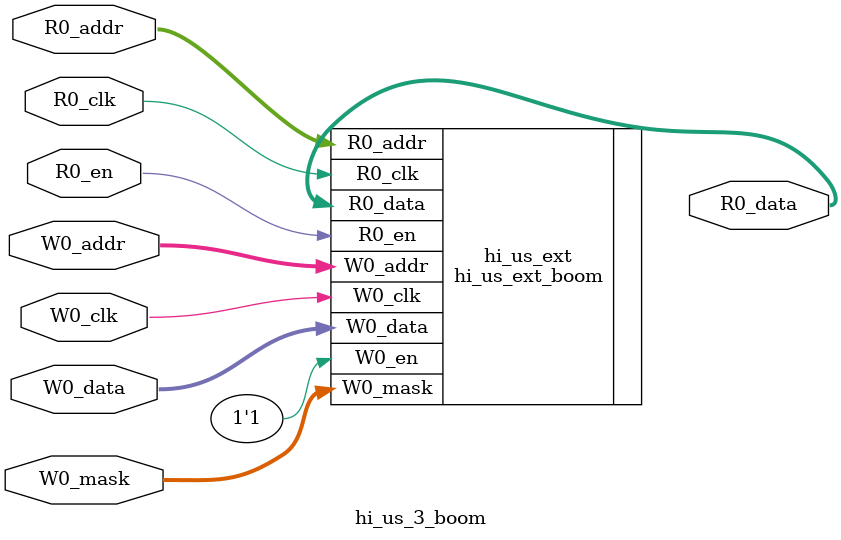
<source format=sv>
`ifndef RANDOMIZE
  `ifdef RANDOMIZE_REG_INIT
    `define RANDOMIZE
  `endif // RANDOMIZE_REG_INIT
`endif // not def RANDOMIZE
`ifndef RANDOMIZE
  `ifdef RANDOMIZE_MEM_INIT
    `define RANDOMIZE
  `endif // RANDOMIZE_MEM_INIT
`endif // not def RANDOMIZE

`ifndef RANDOM
  `define RANDOM $random
`endif // not def RANDOM

// Users can define 'PRINTF_COND' to add an extra gate to prints.
`ifndef PRINTF_COND_
  `ifdef PRINTF_COND
    `define PRINTF_COND_ (`PRINTF_COND)
  `else  // PRINTF_COND
    `define PRINTF_COND_ 1
  `endif // PRINTF_COND
`endif // not def PRINTF_COND_

// Users can define 'ASSERT_VERBOSE_COND' to add an extra gate to assert error printing.
`ifndef ASSERT_VERBOSE_COND_
  `ifdef ASSERT_VERBOSE_COND
    `define ASSERT_VERBOSE_COND_ (`ASSERT_VERBOSE_COND)
  `else  // ASSERT_VERBOSE_COND
    `define ASSERT_VERBOSE_COND_ 1
  `endif // ASSERT_VERBOSE_COND
`endif // not def ASSERT_VERBOSE_COND_

// Users can define 'STOP_COND' to add an extra gate to stop conditions.
`ifndef STOP_COND_
  `ifdef STOP_COND
    `define STOP_COND_ (`STOP_COND)
  `else  // STOP_COND
    `define STOP_COND_ 1
  `endif // STOP_COND
`endif // not def STOP_COND_

// Users can define INIT_RANDOM as general code that gets injected into the
// initializer block for modules with registers.
`ifndef INIT_RANDOM
  `define INIT_RANDOM
`endif // not def INIT_RANDOM

// If using random initialization, you can also define RANDOMIZE_DELAY to
// customize the delay used, otherwise 0.002 is used.
`ifndef RANDOMIZE_DELAY
  `define RANDOMIZE_DELAY 0.002
`endif // not def RANDOMIZE_DELAY

// Define INIT_RANDOM_PROLOG_ for use in our modules below.
`ifndef INIT_RANDOM_PROLOG_
  `ifdef RANDOMIZE
    `ifdef VERILATOR
      `define INIT_RANDOM_PROLOG_ `INIT_RANDOM
    `else  // VERILATOR
      `define INIT_RANDOM_PROLOG_ `INIT_RANDOM #`RANDOMIZE_DELAY begin end
    `endif // VERILATOR
  `else  // RANDOMIZE
    `define INIT_RANDOM_PROLOG_
  `endif // RANDOMIZE
`endif // not def INIT_RANDOM_PROLOG_

module hi_us_3_boom(	// @[tage.scala:89:27]
  input  [6:0] R0_addr,
  input        R0_en,
               R0_clk,
  input  [6:0] W0_addr,
  input        W0_clk,
  input  [3:0] W0_data,
               W0_mask,
  output [3:0] R0_data
);

  hi_us_ext_boom hi_us_ext (	// @[tage.scala:89:27]
    .R0_addr (R0_addr),
    .R0_en   (R0_en),
    .R0_clk  (R0_clk),
    .W0_addr (W0_addr),
    .W0_en   (1'h1),
    .W0_clk  (W0_clk),
    .W0_data (W0_data),
    .W0_mask (W0_mask),
    .R0_data (R0_data)
  );
endmodule


</source>
